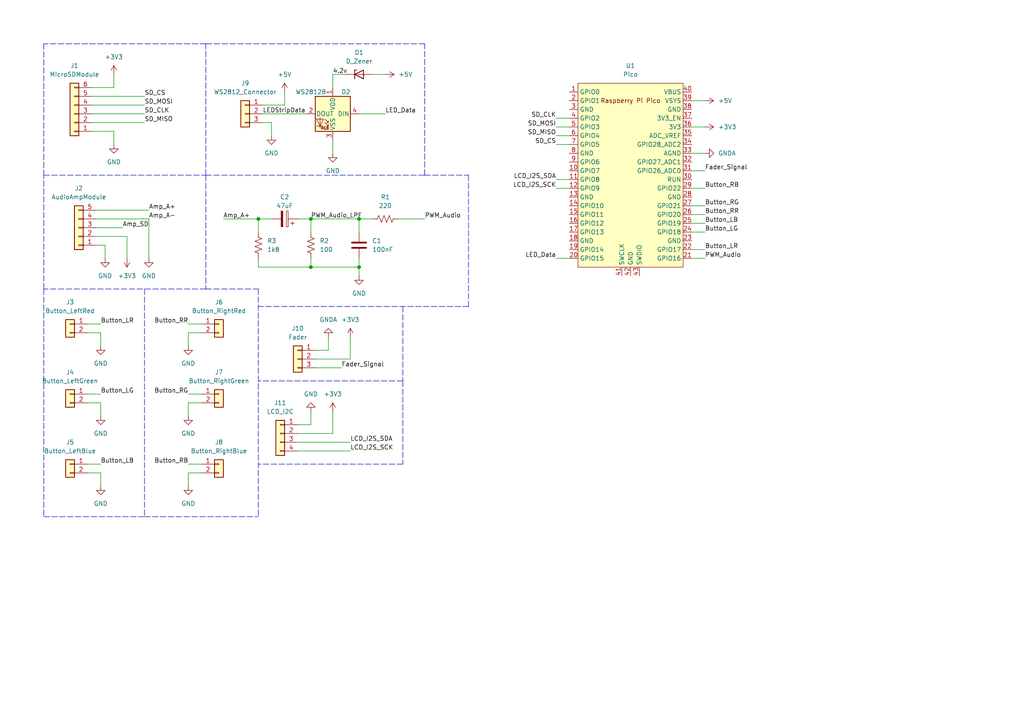
<source format=kicad_sch>
(kicad_sch (version 20211123) (generator eeschema)
  (paper "A4")
  (lib_symbols
    (symbol "Connector_Generic:Conn_01x02" (pin_names (offset 1.016) hide)
      (property "Reference" "J" (at 0 2.54 0))
      (property "Value" "Conn_01x02" (at 0 -5.08 0))
      (symbol "Conn_01x02_1_1"
        (rectangle (start -1.27 -2.413) (end 0 -2.667) (stroke (width 0.1524)))
        (rectangle (start -1.27 0.127) (end 0 -0.127) (stroke (width 0.1524)))
        (rectangle (start -1.27 1.27) (end 1.27 -3.81) (stroke (width 0.254)) (fill (type background)))
        (pin passive line (at -5.08 0 0) (length 3.81) (name "Pin_1") (number "1"))
        (pin passive line (at -5.08 -2.54 0) (length 3.81) (name "Pin_2") (number "2"))
      )
    )
    (symbol "Connector_Generic:Conn_01x03" (pin_names (offset 1.016) hide)
      (property "Reference" "J" (at 0 5.08 0))
      (property "Value" "Conn_01x03" (at 0 -5.08 0))
      (symbol "Conn_01x03_1_1"
        (rectangle (start -1.27 -2.413) (end 0 -2.667) (stroke (width 0.1524)))
        (rectangle (start -1.27 0.127) (end 0 -0.127) (stroke (width 0.1524)))
        (rectangle (start -1.27 2.667) (end 0 2.413) (stroke (width 0.1524)))
        (rectangle (start -1.27 3.81) (end 1.27 -3.81) (stroke (width 0.254)) (fill (type background)))
        (pin passive line (at -5.08 2.54 0) (length 3.81) (name "Pin_1") (number "1"))
        (pin passive line (at -5.08 0 0) (length 3.81) (name "Pin_2") (number "2"))
        (pin passive line (at -5.08 -2.54 0) (length 3.81) (name "Pin_3") (number "3"))
      )
    )
    (symbol "Connector_Generic:Conn_01x04" (pin_names (offset 1.016) hide)
      (property "Reference" "J" (at 0 5.08 0))
      (property "Value" "Conn_01x04" (at 0 -7.62 0))
      (symbol "Conn_01x04_1_1"
        (rectangle (start -1.27 -4.953) (end 0 -5.207) (stroke (width 0.1524)))
        (rectangle (start -1.27 -2.413) (end 0 -2.667) (stroke (width 0.1524)))
        (rectangle (start -1.27 0.127) (end 0 -0.127) (stroke (width 0.1524)))
        (rectangle (start -1.27 2.667) (end 0 2.413) (stroke (width 0.1524)))
        (rectangle (start -1.27 3.81) (end 1.27 -6.35) (stroke (width 0.254)) (fill (type background)))
        (pin passive line (at -5.08 2.54 0) (length 3.81) (name "Pin_1") (number "1"))
        (pin passive line (at -5.08 0 0) (length 3.81) (name "Pin_2") (number "2"))
        (pin passive line (at -5.08 -2.54 0) (length 3.81) (name "Pin_3") (number "3"))
        (pin passive line (at -5.08 -5.08 0) (length 3.81) (name "Pin_4") (number "4"))
      )
    )
    (symbol "Connector_Generic:Conn_01x05" (pin_names (offset 1.016) hide)
      (property "Reference" "J" (at 0 7.62 0))
      (property "Value" "Conn_01x05" (at 0 -7.62 0))
      (symbol "Conn_01x05_1_1"
        (rectangle (start -1.27 -4.953) (end 0 -5.207) (stroke (width 0.1524)))
        (rectangle (start -1.27 -2.413) (end 0 -2.667) (stroke (width 0.1524)))
        (rectangle (start -1.27 0.127) (end 0 -0.127) (stroke (width 0.1524)))
        (rectangle (start -1.27 2.667) (end 0 2.413) (stroke (width 0.1524)))
        (rectangle (start -1.27 5.207) (end 0 4.953) (stroke (width 0.1524)))
        (rectangle (start -1.27 6.35) (end 1.27 -6.35) (stroke (width 0.254)) (fill (type background)))
        (pin passive line (at -5.08 5.08 0) (length 3.81) (name "Pin_1") (number "1"))
        (pin passive line (at -5.08 2.54 0) (length 3.81) (name "Pin_2") (number "2"))
        (pin passive line (at -5.08 0 0) (length 3.81) (name "Pin_3") (number "3"))
        (pin passive line (at -5.08 -2.54 0) (length 3.81) (name "Pin_4") (number "4"))
        (pin passive line (at -5.08 -5.08 0) (length 3.81) (name "Pin_5") (number "5"))
      )
    )
    (symbol "Connector_Generic:Conn_01x06" (pin_names (offset 1.016) hide)
      (property "Reference" "J" (at 0 7.62 0))
      (property "Value" "Conn_01x06" (at 0 -10.16 0))
      (symbol "Conn_01x06_1_1"
        (rectangle (start -1.27 -7.493) (end 0 -7.747) (stroke (width 0.1524)))
        (rectangle (start -1.27 -4.953) (end 0 -5.207) (stroke (width 0.1524)))
        (rectangle (start -1.27 -2.413) (end 0 -2.667) (stroke (width 0.1524)))
        (rectangle (start -1.27 0.127) (end 0 -0.127) (stroke (width 0.1524)))
        (rectangle (start -1.27 2.667) (end 0 2.413) (stroke (width 0.1524)))
        (rectangle (start -1.27 5.207) (end 0 4.953) (stroke (width 0.1524)))
        (rectangle (start -1.27 6.35) (end 1.27 -8.89) (stroke (width 0.254)) (fill (type background)))
        (pin passive line (at -5.08 5.08 0) (length 3.81) (name "Pin_1") (number "1"))
        (pin passive line (at -5.08 2.54 0) (length 3.81) (name "Pin_2") (number "2"))
        (pin passive line (at -5.08 0 0) (length 3.81) (name "Pin_3") (number "3"))
        (pin passive line (at -5.08 -2.54 0) (length 3.81) (name "Pin_4") (number "4"))
        (pin passive line (at -5.08 -5.08 0) (length 3.81) (name "Pin_5") (number "5"))
        (pin passive line (at -5.08 -7.62 0) (length 3.81) (name "Pin_6") (number "6"))
      )
    )
    (symbol "Device:C" (pin_numbers hide) (pin_names (offset 0.254))
      (property "Reference" "C" (at 0.635 2.54 0))
      (property "Value" "C" (at 0.635 -2.54 0))
      (symbol "C_0_1"
        (polyline (pts (xy -2.032 -0.762) (xy 2.032 -0.762)) (stroke (width 0.508)))
        (polyline (pts (xy -2.032 0.762) (xy 2.032 0.762)) (stroke (width 0.508)))
      )
      (symbol "C_1_1"
        (pin passive line (at 0 3.81 270) (length 2.794) (name "~") (number "1"))
        (pin passive line (at 0 -3.81 90) (length 2.794) (name "~") (number "2"))
      )
    )
    (symbol "Device:C_Polarized" (pin_numbers hide) (pin_names (offset 0.254))
      (property "Reference" "C" (at 0.635 2.54 0))
      (property "Value" "C_Polarized" (at 0.635 -2.54 0))
      (symbol "C_Polarized_0_1"
        (rectangle (start -2.286 0.508) (end 2.286 1.016))
        (polyline (pts (xy -1.778 2.286) (xy -0.762 2.286)))
        (polyline (pts (xy -1.27 2.794) (xy -1.27 1.778)))
        (rectangle (start 2.286 -0.508) (end -2.286 -1.016) (fill (type outline)))
      )
      (symbol "C_Polarized_1_1"
        (pin passive line (at 0 3.81 270) (length 2.794) (name "~") (number "1"))
        (pin passive line (at 0 -3.81 90) (length 2.794) (name "~") (number "2"))
      )
    )
    (symbol "Device:D_Zener" (pin_numbers hide) (pin_names (offset 1.016) hide)
      (property "Reference" "D" (at 0 2.54 0))
      (property "Value" "D_Zener" (at 0 -2.54 0))
      (symbol "D_Zener_0_1"
        (polyline (pts (xy 1.27 0) (xy -1.27 0)))
        (polyline (pts (xy -1.27 -1.27) (xy -1.27 1.27) (xy -0.762 1.27)) (stroke (width 0.254)))
        (polyline (pts (xy 1.27 -1.27) (xy 1.27 1.27) (xy -1.27 0) (xy 1.27 -1.27)) (stroke (width 0.254)))
      )
      (symbol "D_Zener_1_1"
        (pin passive line (at -3.81 0 0) (length 2.54) (name "K") (number "1"))
        (pin passive line (at 3.81 0 180) (length 2.54) (name "A") (number "2"))
      )
    )
    (symbol "Device:R_US" (pin_numbers hide) (pin_names (offset 0))
      (property "Reference" "R" (at 2.54 0 90))
      (property "Value" "R_US" (at -2.54 0 90))
      (symbol "R_US_0_1"
        (polyline (pts (xy 0 -2.286) (xy 0 -2.54)))
        (polyline (pts (xy 0 2.286) (xy 0 2.54)))
        (polyline (pts (xy 0 -0.762) (xy 1.016 -1.143) (xy 0 -1.524) (xy -1.016 -1.905) (xy 0 -2.286)))
        (polyline (pts (xy 0 0.762) (xy 1.016 0.381) (xy 0 0) (xy -1.016 -0.381) (xy 0 -0.762)))
        (polyline (pts (xy 0 2.286) (xy 1.016 1.905) (xy 0 1.524) (xy -1.016 1.143) (xy 0 0.762)))
      )
      (symbol "R_US_1_1"
        (pin passive line (at 0 3.81 270) (length 1.27) (name "~") (number "1"))
        (pin passive line (at 0 -3.81 90) (length 1.27) (name "~") (number "2"))
      )
    )
    (symbol "LED:WS2812B" (pin_names (offset 0.254))
      (property "Reference" "D" (at 5.08 5.715 0))
      (property "Value" "WS2812B" (at 1.27 -5.715 0))
      (symbol "WS2812B_0_0"
        (text "RGB" (at 2.286 -4.191 0) (effects (font (size 0.762 0.762))))
      )
      (symbol "WS2812B_0_1"
        (polyline (pts (xy 1.27 -3.556) (xy 1.778 -3.556)))
        (polyline (pts (xy 1.27 -2.54) (xy 1.778 -2.54)))
        (polyline (pts (xy 4.699 -3.556) (xy 2.667 -3.556)))
        (polyline (pts (xy 2.286 -2.54) (xy 1.27 -3.556) (xy 1.27 -3.048)))
        (polyline (pts (xy 2.286 -1.524) (xy 1.27 -2.54) (xy 1.27 -2.032)))
        (polyline (pts (xy 3.683 -1.016) (xy 3.683 -3.556) (xy 3.683 -4.064)))
        (polyline (pts (xy 4.699 -1.524) (xy 2.667 -1.524) (xy 3.683 -3.556) (xy 4.699 -1.524)))
        (rectangle (start 5.08 5.08) (end -5.08 -5.08) (stroke (width 0.254)) (fill (type background)))
      )
      (symbol "WS2812B_1_1"
        (pin power_in line (at 0 7.62 270) (length 2.54) (name "VDD") (number "1"))
        (pin output line (at 7.62 0 180) (length 2.54) (name "DOUT") (number "2"))
        (pin power_in line (at 0 -7.62 90) (length 2.54) (name "VSS") (number "3"))
        (pin input line (at -7.62 0 0) (length 2.54) (name "DIN") (number "4"))
      )
    )
    (symbol "MCU_RaspberryPi_and_Boards:Pico"
      (property "Reference" "U" (at -13.97 27.94 0))
      (property "Value" "Pico" (at 0 19.05 0))
      (symbol "Pico_0_0"
        (text "Raspberry Pi Pico" (at 0 21.59 0) (effects (font (size 1.27 1.27))))
      )
      (symbol "Pico_0_1"
        (rectangle (start -15.24 26.67) (end 15.24 -26.67) (fill (type background)))
      )
      (symbol "Pico_1_1"
        (pin bidirectional line (at -17.78 24.13 0) (length 2.54) (name "GPIO0") (number "1"))
        (pin bidirectional line (at -17.78 1.27 0) (length 2.54) (name "GPIO7") (number "10"))
        (pin bidirectional line (at -17.78 -1.27 0) (length 2.54) (name "GPIO8") (number "11"))
        (pin bidirectional line (at -17.78 -3.81 0) (length 2.54) (name "GPIO9") (number "12"))
        (pin power_in line (at -17.78 -6.35 0) (length 2.54) (name "GND") (number "13"))
        (pin bidirectional line (at -17.78 -8.89 0) (length 2.54) (name "GPIO10") (number "14"))
        (pin bidirectional line (at -17.78 -11.43 0) (length 2.54) (name "GPIO11") (number "15"))
        (pin bidirectional line (at -17.78 -13.97 0) (length 2.54) (name "GPIO12") (number "16"))
        (pin bidirectional line (at -17.78 -16.51 0) (length 2.54) (name "GPIO13") (number "17"))
        (pin power_in line (at -17.78 -19.05 0) (length 2.54) (name "GND") (number "18"))
        (pin bidirectional line (at -17.78 -21.59 0) (length 2.54) (name "GPIO14") (number "19"))
        (pin bidirectional line (at -17.78 21.59 0) (length 2.54) (name "GPIO1") (number "2"))
        (pin bidirectional line (at -17.78 -24.13 0) (length 2.54) (name "GPIO15") (number "20"))
        (pin bidirectional line (at 17.78 -24.13 180) (length 2.54) (name "GPIO16") (number "21"))
        (pin bidirectional line (at 17.78 -21.59 180) (length 2.54) (name "GPIO17") (number "22"))
        (pin power_in line (at 17.78 -19.05 180) (length 2.54) (name "GND") (number "23"))
        (pin bidirectional line (at 17.78 -16.51 180) (length 2.54) (name "GPIO18") (number "24"))
        (pin bidirectional line (at 17.78 -13.97 180) (length 2.54) (name "GPIO19") (number "25"))
        (pin bidirectional line (at 17.78 -11.43 180) (length 2.54) (name "GPIO20") (number "26"))
        (pin bidirectional line (at 17.78 -8.89 180) (length 2.54) (name "GPIO21") (number "27"))
        (pin power_in line (at 17.78 -6.35 180) (length 2.54) (name "GND") (number "28"))
        (pin bidirectional line (at 17.78 -3.81 180) (length 2.54) (name "GPIO22") (number "29"))
        (pin power_in line (at -17.78 19.05 0) (length 2.54) (name "GND") (number "3"))
        (pin input line (at 17.78 -1.27 180) (length 2.54) (name "RUN") (number "30"))
        (pin bidirectional line (at 17.78 1.27 180) (length 2.54) (name "GPIO26_ADC0") (number "31"))
        (pin bidirectional line (at 17.78 3.81 180) (length 2.54) (name "GPIO27_ADC1") (number "32"))
        (pin power_in line (at 17.78 6.35 180) (length 2.54) (name "AGND") (number "33"))
        (pin bidirectional line (at 17.78 8.89 180) (length 2.54) (name "GPIO28_ADC2") (number "34"))
        (pin power_in line (at 17.78 11.43 180) (length 2.54) (name "ADC_VREF") (number "35"))
        (pin power_in line (at 17.78 13.97 180) (length 2.54) (name "3V3") (number "36"))
        (pin input line (at 17.78 16.51 180) (length 2.54) (name "3V3_EN") (number "37"))
        (pin bidirectional line (at 17.78 19.05 180) (length 2.54) (name "GND") (number "38"))
        (pin power_in line (at 17.78 21.59 180) (length 2.54) (name "VSYS") (number "39"))
        (pin bidirectional line (at -17.78 16.51 0) (length 2.54) (name "GPIO2") (number "4"))
        (pin power_in line (at 17.78 24.13 180) (length 2.54) (name "VBUS") (number "40"))
        (pin input line (at -2.54 -29.21 90) (length 2.54) (name "SWCLK") (number "41"))
        (pin power_in line (at 0 -29.21 90) (length 2.54) (name "GND") (number "42"))
        (pin bidirectional line (at 2.54 -29.21 90) (length 2.54) (name "SWDIO") (number "43"))
        (pin bidirectional line (at -17.78 13.97 0) (length 2.54) (name "GPIO3") (number "5"))
        (pin bidirectional line (at -17.78 11.43 0) (length 2.54) (name "GPIO4") (number "6"))
        (pin bidirectional line (at -17.78 8.89 0) (length 2.54) (name "GPIO5") (number "7"))
        (pin power_in line (at -17.78 6.35 0) (length 2.54) (name "GND") (number "8"))
        (pin bidirectional line (at -17.78 3.81 0) (length 2.54) (name "GPIO6") (number "9"))
      )
    )
    (symbol "power:+3.3V" (power) (pin_names (offset 0))
      (property "Value" "+3.3V" (at 0 3.556 0))
      (symbol "+3.3V_0_1"
        (polyline (pts (xy -0.762 1.27) (xy 0 2.54)))
        (polyline (pts (xy 0 0) (xy 0 2.54)))
        (polyline (pts (xy 0 2.54) (xy 0.762 1.27)))
      )
      (symbol "+3.3V_1_1"
        (pin power_in line (at 0 0 90) (length 0) hide (name "+3V3") (number "1"))
      )
    )
    (symbol "power:+5V" (power) (pin_names (offset 0))
      (property "Value" "+5V" (at 0 3.556 0))
      (symbol "+5V_0_1"
        (polyline (pts (xy -0.762 1.27) (xy 0 2.54)))
        (polyline (pts (xy 0 0) (xy 0 2.54)))
        (polyline (pts (xy 0 2.54) (xy 0.762 1.27)))
      )
      (symbol "+5V_1_1"
        (pin power_in line (at 0 0 90) (length 0) hide (name "+5V") (number "1"))
      )
    )
    (symbol "power:GND" (power) (pin_names (offset 0))
      (property "Value" "GND" (at 0 -3.81 0))
      (symbol "GND_0_1"
        (polyline (pts (xy 0 0) (xy 0 -1.27) (xy 1.27 -1.27) (xy 0 -2.54) (xy -1.27 -1.27) (xy 0 -1.27)))
      )
      (symbol "GND_1_1"
        (pin power_in line (at 0 0 270) (length 0) hide (name "GND") (number "1"))
      )
    )
    (symbol "power:GNDA" (power) (pin_names (offset 0))
      (property "Value" "GNDA" (at 0 -3.81 0))
      (symbol "GNDA_0_1"
        (polyline (pts (xy 0 0) (xy 0 -1.27) (xy 1.27 -1.27) (xy 0 -2.54) (xy -1.27 -1.27) (xy 0 -1.27)))
      )
      (symbol "GNDA_1_1"
        (pin power_in line (at 0 0 270) (length 0) hide (name "GNDA") (number "1"))
      )
    )
  )
  (junction (at 104.14 63.5))
  (junction (at 90.17 63.5))
  (junction (at 74.93 63.5))
  (junction (at 104.14 77.47))
  (junction (at 90.17 77.47))
  (polyline (pts (xy 123.19 50.8) (xy 123.19 12.7)))
  (wire (pts (xy 82.55 26.67) (xy 82.55 30.48)))
  (polyline (pts (xy 123.19 12.7) (xy 59.69 12.7)))
  (wire (pts (xy 26.67 30.48) (xy 41.91 30.48)))
  (wire (pts (xy 54.61 96.52) (xy 58.42 96.52)))
  (polyline (pts (xy 135.89 50.8) (xy 135.89 88.9)))
  (polyline (pts (xy 59.69 83.82) (xy 12.7 83.82)))
  (wire (pts (xy 54.61 116.84) (xy 54.61 120.65)))
  (wire (pts (xy 204.47 72.39) (xy 200.66 72.39)))
  (wire (pts (xy 74.93 77.47) (xy 90.17 77.47)))
  (wire (pts (xy 76.2 33.02) (xy 88.9 33.02)))
  (wire (pts (xy 91.44 106.68) (xy 99.06 106.68)))
  (wire (pts (xy 26.67 35.56) (xy 41.91 35.56)))
  (polyline (pts (xy 59.69 83.82) (xy 74.93 83.82)))
  (wire (pts (xy 76.2 30.48) (xy 82.55 30.48)))
  (wire (pts (xy 29.21 96.52) (xy 29.21 100.33)))
  (wire (pts (xy 104.14 63.5) (xy 104.14 67.31)))
  (wire (pts (xy 29.21 137.16) (xy 25.4 137.16)))
  (polyline (pts (xy 59.69 12.7) (xy 12.7 12.7)))
  (wire (pts (xy 27.94 71.12) (xy 30.48 71.12)))
  (polyline (pts (xy 59.69 50.8) (xy 59.69 83.82)))
  (polyline (pts (xy 116.84 110.49) (xy 116.84 134.62)))
  (polyline (pts (xy 59.69 50.8) (xy 59.69 12.7)))
  (wire (pts (xy 204.47 64.77) (xy 200.66 64.77)))
  (wire (pts (xy 104.14 74.93) (xy 104.14 77.47)))
  (wire (pts (xy 27.94 60.96) (xy 43.18 60.96)))
  (wire (pts (xy 30.48 71.12) (xy 30.48 74.93)))
  (wire (pts (xy 204.47 62.23) (xy 200.66 62.23)))
  (wire (pts (xy 54.61 93.98) (xy 58.42 93.98)))
  (wire (pts (xy 161.29 34.29) (xy 165.1 34.29)))
  (wire (pts (xy 204.47 74.93) (xy 200.66 74.93)))
  (wire (pts (xy 26.67 33.02) (xy 41.91 33.02)))
  (wire (pts (xy 204.47 36.83) (xy 200.66 36.83)))
  (wire (pts (xy 27.94 68.58) (xy 36.83 68.58)))
  (wire (pts (xy 74.93 74.93) (xy 74.93 77.47)))
  (wire (pts (xy 96.52 44.45) (xy 96.52 40.64)))
  (polyline (pts (xy 12.7 83.82) (xy 12.7 50.8)))
  (wire (pts (xy 90.17 74.93) (xy 90.17 77.47)))
  (polyline (pts (xy 123.19 50.8) (xy 135.89 50.8)))
  (wire (pts (xy 90.17 123.19) (xy 86.36 123.19)))
  (wire (pts (xy 25.4 93.98) (xy 29.21 93.98)))
  (polyline (pts (xy 74.93 83.82) (xy 74.93 149.86)))
  (wire (pts (xy 96.52 125.73) (xy 86.36 125.73)))
  (wire (pts (xy 204.47 49.53) (xy 200.66 49.53)))
  (polyline (pts (xy 41.91 83.82) (xy 41.91 149.86)))
  (wire (pts (xy 26.67 38.1) (xy 33.02 38.1)))
  (wire (pts (xy 54.61 96.52) (xy 54.61 100.33)))
  (wire (pts (xy 54.61 137.16) (xy 54.61 140.97)))
  (wire (pts (xy 26.67 27.94) (xy 41.91 27.94)))
  (wire (pts (xy 29.21 140.97) (xy 29.21 137.16)))
  (polyline (pts (xy 12.7 12.7) (xy 12.7 50.8)))
  (polyline (pts (xy 116.84 110.49) (xy 74.93 110.49)))
  (wire (pts (xy 204.47 54.61) (xy 200.66 54.61)))
  (wire (pts (xy 101.6 104.14) (xy 101.6 97.79)))
  (wire (pts (xy 43.18 63.5) (xy 43.18 74.93)))
  (wire (pts (xy 115.57 63.5) (xy 123.19 63.5)))
  (wire (pts (xy 76.2 35.56) (xy 78.74 35.56)))
  (wire (pts (xy 26.67 25.4) (xy 33.02 25.4)))
  (wire (pts (xy 204.47 44.45) (xy 200.66 44.45)))
  (wire (pts (xy 54.61 134.62) (xy 58.42 134.62)))
  (wire (pts (xy 104.14 63.5) (xy 107.95 63.5)))
  (wire (pts (xy 100.33 21.59) (xy 96.52 21.59)))
  (wire (pts (xy 91.44 104.14) (xy 101.6 104.14)))
  (wire (pts (xy 161.29 36.83) (xy 165.1 36.83)))
  (wire (pts (xy 96.52 119.38) (xy 96.52 125.73)))
  (wire (pts (xy 33.02 38.1) (xy 33.02 41.91)))
  (wire (pts (xy 95.25 97.79) (xy 95.25 101.6)))
  (polyline (pts (xy 12.7 149.86) (xy 41.91 149.86)))
  (polyline (pts (xy 116.84 88.9) (xy 116.84 110.49)))
  (wire (pts (xy 58.42 137.16) (xy 54.61 137.16)))
  (wire (pts (xy 54.61 116.84) (xy 58.42 116.84)))
  (wire (pts (xy 161.29 74.93) (xy 165.1 74.93)))
  (wire (pts (xy 36.83 68.58) (xy 36.83 74.93)))
  (wire (pts (xy 161.29 52.07) (xy 165.1 52.07)))
  (wire (pts (xy 104.14 33.02) (xy 111.76 33.02)))
  (polyline (pts (xy 12.7 83.82) (xy 12.7 149.86)))
  (wire (pts (xy 29.21 96.52) (xy 25.4 96.52)))
  (wire (pts (xy 64.77 63.5) (xy 74.93 63.5)))
  (wire (pts (xy 90.17 77.47) (xy 104.14 77.47)))
  (wire (pts (xy 29.21 116.84) (xy 29.21 120.65)))
  (polyline (pts (xy 135.89 88.9) (xy 74.93 88.9)))
  (wire (pts (xy 74.93 63.5) (xy 74.93 67.31)))
  (wire (pts (xy 54.61 114.3) (xy 58.42 114.3)))
  (wire (pts (xy 90.17 119.38) (xy 90.17 123.19)))
  (wire (pts (xy 204.47 67.31) (xy 200.66 67.31)))
  (wire (pts (xy 161.29 39.37) (xy 165.1 39.37)))
  (wire (pts (xy 161.29 41.91) (xy 165.1 41.91)))
  (polyline (pts (xy 59.69 50.8) (xy 123.19 50.8)))
  (wire (pts (xy 35.56 66.04) (xy 27.94 66.04)))
  (wire (pts (xy 25.4 134.62) (xy 29.21 134.62)))
  (wire (pts (xy 33.02 21.59) (xy 33.02 25.4)))
  (wire (pts (xy 90.17 63.5) (xy 90.17 67.31)))
  (wire (pts (xy 104.14 77.47) (xy 104.14 80.01)))
  (wire (pts (xy 204.47 59.69) (xy 200.66 59.69)))
  (polyline (pts (xy 12.7 50.8) (xy 59.69 50.8)))
  (wire (pts (xy 29.21 116.84) (xy 25.4 116.84)))
  (wire (pts (xy 111.76 21.59) (xy 107.95 21.59)))
  (wire (pts (xy 86.36 130.81) (xy 101.6 130.81)))
  (wire (pts (xy 86.36 128.27) (xy 101.6 128.27)))
  (wire (pts (xy 86.36 63.5) (xy 90.17 63.5)))
  (polyline (pts (xy 116.84 134.62) (xy 74.93 134.62)))
  (wire (pts (xy 27.94 63.5) (xy 43.18 63.5)))
  (wire (pts (xy 78.74 35.56) (xy 78.74 39.37)))
  (wire (pts (xy 78.74 63.5) (xy 74.93 63.5)))
  (wire (pts (xy 90.17 63.5) (xy 104.14 63.5)))
  (wire (pts (xy 25.4 114.3) (xy 29.21 114.3)))
  (polyline (pts (xy 41.91 149.86) (xy 74.93 149.86)))
  (wire (pts (xy 204.47 29.21) (xy 200.66 29.21)))
  (wire (pts (xy 96.52 21.59) (xy 96.52 25.4)))
  (wire (pts (xy 161.29 54.61) (xy 165.1 54.61)))
  (wire (pts (xy 91.44 101.6) (xy 95.25 101.6)))
  (label "Button_LB" (at 29.21 134.62 0))
  (label "4.2v" (at 96.52 21.59 0))
  (label "PWM_Audio" (at 123.19 63.5 0))
  (label "SD_CS" (at 41.91 27.94 0))
  (label "SD_MOSI" (at 161.29 36.83 180))
  (label "Amp_A-" (at 43.18 63.5 0))
  (label "SD_CLK" (at 161.29 34.29 180))
  (label "LED_Data" (at 161.29 74.93 180))
  (label "SD_MISO" (at 41.91 35.56 0))
  (label "LEDStripData" (at 76.2 33.02 0))
  (label "Button_RB" (at 54.61 134.62 180))
  (label "PWM_Audio" (at 204.47 74.93 0))
  (label "Fader_Signal" (at 99.06 106.68 0))
  (label "SD_MISO" (at 161.29 39.37 180))
  (label "Button_LR" (at 204.47 72.39 0))
  (label "SD_MOSI" (at 41.91 30.48 0))
  (label "Button_RG" (at 204.47 59.69 0))
  (label "Button_LG" (at 29.21 114.3 0))
  (label "LED_Data" (at 111.76 33.02 0))
  (label "SD_CS" (at 161.29 41.91 180))
  (label "Button_LR" (at 29.21 93.98 0))
  (label "LCD_I2S_SCK" (at 161.29 54.61 180))
  (label "Button_RR" (at 204.47 62.23 0))
  (label "Button_LG" (at 204.47 67.31 0))
  (label "Button_RB" (at 204.47 54.61 0))
  (label "LCD_I2S_SDA" (at 101.6 128.27 0))
  (label "Button_RG" (at 54.61 114.3 180))
  (label "Button_LB" (at 204.47 64.77 0))
  (label "Amp_SD" (at 35.56 66.04 0))
  (label "PWM_Audio_LPF" (at 90.17 63.5 0))
  (label "Amp_A+" (at 43.18 60.96 0))
  (label "Button_RR" (at 54.61 93.98 180))
  (label "LCD_I2S_SCK" (at 101.6 130.81 0))
  (label "LCD_I2S_SDA" (at 161.29 52.07 180))
  (label "Fader_Signal" (at 204.47 49.53 0))
  (label "Amp_A+" (at 64.77 63.5 0))
  (label "SD_CLK" (at 41.91 33.02 0))
  (symbol (lib_id "Device:C_Polarized") (at 82.55 63.5 270) (mirror x) (unit 1)
    (property "Reference" "C2" (at 82.55 57.15 90))
    (property "Value" "47uF" (at 82.55 59.69 90))
    (property "Footprint" "Capacitor_THT:CP_Radial_D4.0mm_P2.00mm" (effects hide))
  )
  (symbol (lib_id "MCU_RaspberryPi_and_Boards:Pico") (at 182.88 50.8 0) (unit 1)
    (property "Reference" "U1" (at 182.88 19.05 0))
    (property "Value" "Pico" (at 182.88 21.59 0))
    (property "Footprint" "MCU_RaspberryPi_and_Boards:RPi_Pico_SMD_TH" (effects hide))
  )
  (symbol (lib_id "power:GND") (at 29.21 120.65 0) (unit 1)
    (property "Reference" "#PWR0110" (effects hide))
    (property "Value" "GND" (at 29.21 125.73 0))
  )
  (symbol (lib_id "Connector_Generic:Conn_01x02") (at 63.5 134.62 0) (unit 1)
    (property "Reference" "J8" (at 63.5 128.27 0))
    (property "Value" "Button_RightBlue" (at 63.5 130.81 0))
    (property "Footprint" "Connector_JST:JST_XH_B2B-XH-A_1x02_P2.50mm_Vertical" (effects hide))
  )
  (symbol (lib_id "power:GND") (at 43.18 74.93 0) (unit 1)
    (property "Reference" "#PWR0105" (effects hide))
    (property "Value" "GND" (at 43.18 80.01 0))
  )
  (symbol (lib_id "Connector_Generic:Conn_01x02") (at 63.5 114.3 0) (unit 1)
    (property "Reference" "J7" (at 63.5 107.95 0))
    (property "Value" "Button_RightGreen" (at 63.5 110.49 0))
    (property "Footprint" "Connector_JST:JST_XH_B2B-XH-A_1x02_P2.50mm_Vertical" (effects hide))
  )
  (symbol (lib_id "Device:R_US") (at 111.76 63.5 90) (unit 1)
    (property "Reference" "R1" (at 111.76 57.15 90))
    (property "Value" "220" (at 111.76 59.69 90))
    (property "Footprint" "Resistor_THT:R_Axial_DIN0207_L6.3mm_D2.5mm_P7.62mm_Horizontal" (effects hide))
  )
  (symbol (lib_id "power:GND") (at 96.52 44.45 0) (unit 1)
    (property "Reference" "#PWR0114" (effects hide))
    (property "Value" "GND" (at 96.52 49.53 0))
  )
  (symbol (lib_id "power:GND") (at 78.74 39.37 0) (unit 1)
    (property "Reference" "#PWR0104" (effects hide))
    (property "Value" "GND" (at 78.74 44.45 0))
  )
  (symbol (lib_id "power:+3.3V") (at 101.6 97.79 0) (unit 1)
    (property "Reference" "#PWR0120" (effects hide))
    (property "Value" "+3.3V" (at 101.6 92.71 0))
  )
  (symbol (lib_id "Connector_Generic:Conn_01x03") (at 86.36 104.14 0) (mirror y) (unit 1)
    (property "Reference" "J10" (at 86.36 95.25 0))
    (property "Value" "Fader" (at 86.36 97.79 0))
    (property "Footprint" "Connector_PinHeader_2.54mm:PinHeader_1x03_P2.54mm_Vertical" (effects hide))
  )
  (symbol (lib_id "Device:R_US") (at 90.17 71.12 180) (unit 1)
    (property "Reference" "R2" (at 92.71 69.8499 0) (effects (justify right)))
    (property "Value" "100" (at 92.71 72.3899 0) (effects (justify right)))
    (property "Footprint" "Resistor_THT:R_Axial_DIN0207_L6.3mm_D2.5mm_P7.62mm_Horizontal" (effects hide))
  )
  (symbol (lib_id "power:GND") (at 29.21 140.97 0) (unit 1)
    (property "Reference" "#PWR0111" (effects hide))
    (property "Value" "GND" (at 29.21 146.05 0))
  )
  (symbol (lib_id "Connector_Generic:Conn_01x03") (at 71.12 33.02 0) (mirror y) (unit 1)
    (property "Reference" "J9" (at 71.12 24.13 0))
    (property "Value" "WS2812_Connector" (at 71.12 26.67 0))
    (property "Footprint" "Connector_PinHeader_2.54mm:PinHeader_1x03_P2.54mm_Vertical" (effects hide))
  )
  (symbol (lib_id "power:GND") (at 30.48 74.93 0) (unit 1)
    (property "Reference" "#PWR0107" (effects hide))
    (property "Value" "GND" (at 30.48 80.01 0))
  )
  (symbol (lib_id "Connector_Generic:Conn_01x02") (at 20.32 114.3 0) (mirror y) (unit 1)
    (property "Reference" "J4" (at 20.32 107.95 0))
    (property "Value" "Button_LeftGreen" (at 20.32 110.49 0))
    (property "Footprint" "Connector_JST:JST_XH_B2B-XH-A_1x02_P2.50mm_Vertical" (effects hide))
  )
  (symbol (lib_id "power:+3.3V") (at 96.52 119.38 0) (unit 1)
    (property "Reference" "#PWR0117" (effects hide))
    (property "Value" "+3.3V" (at 96.52 114.3 0))
  )
  (symbol (lib_id "Connector_Generic:Conn_01x05") (at 22.86 66.04 180) (unit 1)
    (property "Reference" "J2" (at 22.86 54.61 0))
    (property "Value" "AudioAmpModule" (at 22.86 57.15 0))
    (property "Footprint" "Connector_PinHeader_2.54mm:PinHeader_1x05_P2.54mm_Vertical" (effects hide))
  )
  (symbol (lib_id "power:+3.3V") (at 33.02 21.59 0) (unit 1)
    (property "Reference" "#PWR0101" (effects hide))
    (property "Value" "+3.3V" (at 33.02 16.51 0))
  )
  (symbol (lib_id "power:+5V") (at 111.76 21.59 270) (unit 1)
    (property "Reference" "#PWR0113" (effects hide))
    (property "Value" "+5V" (at 115.57 21.5899 90) (effects (justify left)))
  )
  (symbol (lib_id "power:GNDA") (at 95.25 97.79 180) (unit 1)
    (property "Reference" "#PWR0118" (effects hide))
    (property "Value" "GNDA" (at 95.25 92.71 0))
  )
  (symbol (lib_id "Connector_Generic:Conn_01x02") (at 20.32 134.62 0) (mirror y) (unit 1)
    (property "Reference" "J5" (at 20.32 128.27 0))
    (property "Value" "Button_LeftBlue" (at 20.32 130.81 0))
    (property "Footprint" "Connector_JST:JST_XH_B2B-XH-A_1x02_P2.50mm_Vertical" (effects hide))
  )
  (symbol (lib_id "Device:R_US") (at 74.93 71.12 180) (unit 1)
    (property "Reference" "R3" (at 77.47 69.8499 0) (effects (justify right)))
    (property "Value" "1k8" (at 77.47 72.3899 0) (effects (justify right)))
    (property "Footprint" "Resistor_THT:R_Axial_DIN0207_L6.3mm_D2.5mm_P7.62mm_Horizontal" (effects hide))
  )
  (symbol (lib_id "power:GND") (at 54.61 140.97 0) (unit 1)
    (property "Reference" "#PWR0112" (effects hide))
    (property "Value" "GND" (at 54.61 146.05 0))
  )
  (symbol (lib_id "power:+5V") (at 204.47 29.21 270) (unit 1)
    (property "Reference" "#PWR0121" (effects hide))
    (property "Value" "+5V" (at 208.28 29.2099 90) (effects (justify left)))
  )
  (symbol (lib_id "power:+3.3V") (at 36.83 74.93 180) (unit 1)
    (property "Reference" "#PWR0106" (effects hide))
    (property "Value" "+3.3V" (at 36.83 80.01 0))
  )
  (symbol (lib_id "Device:D_Zener") (at 104.14 21.59 0) (unit 1)
    (property "Reference" "D1" (at 104.14 15.24 0))
    (property "Value" "D_Zener" (at 104.14 17.78 0))
    (property "Footprint" "Diode_THT:D_T-1_P5.08mm_Horizontal" (effects hide))
  )
  (symbol (lib_id "power:GNDA") (at 204.47 44.45 90) (unit 1)
    (property "Reference" "#PWR0123" (effects hide))
    (property "Value" "GNDA" (at 208.28 44.4499 90) (effects (justify right)))
  )
  (symbol (lib_id "Device:C") (at 104.14 71.12 180) (unit 1)
    (property "Reference" "C1" (at 107.95 69.8499 0) (effects (justify right)))
    (property "Value" "100nF" (at 107.95 72.3899 0) (effects (justify right)))
    (property "Footprint" "Capacitor_THT:C_Disc_D4.3mm_W1.9mm_P5.00mm" (effects hide))
  )
  (symbol (lib_id "power:GND") (at 90.17 119.38 180) (unit 1)
    (property "Reference" "#PWR0119" (effects hide))
    (property "Value" "GND" (at 90.17 114.3 0))
  )
  (symbol (lib_id "power:GND") (at 33.02 41.91 0) (unit 1)
    (property "Reference" "#PWR0102" (effects hide))
    (property "Value" "GND" (at 33.02 46.99 0))
  )
  (symbol (lib_id "power:GND") (at 54.61 120.65 0) (unit 1)
    (property "Reference" "#PWR0116" (effects hide))
    (property "Value" "GND" (at 54.61 125.73 0))
  )
  (symbol (lib_id "power:+3.3V") (at 204.47 36.83 270) (unit 1)
    (property "Reference" "#PWR0122" (effects hide))
    (property "Value" "+3.3V" (at 208.28 36.8299 90) (effects (justify left)))
  )
  (symbol (lib_id "LED:WS2812B") (at 96.52 33.02 0) (mirror y) (unit 1)
    (property "Reference" "D2" (at 100.33 26.67 0))
    (property "Value" "WS2812B" (at 90.17 26.67 0))
    (property "Footprint" "Library:WS2812B_Strip_Single" (effects hide))
    (property "Datasheet" "https://cdn-shop.adafruit.com/datasheets/WS2812B.pdf" (effects hide))
  )
  (symbol (lib_id "Connector_Generic:Conn_01x02") (at 63.5 93.98 0) (unit 1)
    (property "Reference" "J6" (at 63.5 87.63 0))
    (property "Value" "Button_RightRed" (at 63.5 90.17 0))
    (property "Footprint" "Connector_JST:JST_XH_B2B-XH-A_1x02_P2.50mm_Vertical" (effects hide))
  )
  (symbol (lib_id "power:GND") (at 104.14 80.01 0) (unit 1)
    (property "Reference" "#PWR0115" (effects hide))
    (property "Value" "GND" (at 104.14 85.09 0))
  )
  (symbol (lib_id "power:+5V") (at 82.55 26.67 0) (unit 1)
    (property "Reference" "#PWR0103" (effects hide))
    (property "Value" "+5V" (at 82.55 21.59 0))
  )
  (symbol (lib_id "Connector_Generic:Conn_01x02") (at 20.32 93.98 0) (mirror y) (unit 1)
    (property "Reference" "J3" (at 20.32 87.63 0))
    (property "Value" "Button_LeftRed" (at 20.32 90.17 0))
    (property "Footprint" "Connector_JST:JST_XH_B2B-XH-A_1x02_P2.50mm_Vertical" (effects hide))
  )
  (symbol (lib_id "Connector_Generic:Conn_01x04") (at 81.28 125.73 0) (mirror y) (unit 1)
    (property "Reference" "J11" (at 81.28 116.84 0))
    (property "Value" "LCD_I2C" (at 81.28 119.38 0))
    (property "Footprint" "Connector_PinHeader_2.54mm:PinHeader_1x04_P2.54mm_Vertical" (effects hide))
  )
  (symbol (lib_id "Connector_Generic:Conn_01x06") (at 21.59 33.02 180) (unit 1)
    (property "Reference" "J1" (at 21.59 19.05 0))
    (property "Value" "MicroSDModule" (at 21.59 21.59 0))
    (property "Footprint" "Connector_PinHeader_2.54mm:PinHeader_1x06_P2.54mm_Vertical" (effects hide))
  )
  (symbol (lib_id "power:GND") (at 54.61 100.33 0) (unit 1)
    (property "Reference" "#PWR0109" (effects hide))
    (property "Value" "GND" (at 54.61 105.41 0))
  )
  (symbol (lib_id "power:GND") (at 29.21 100.33 0) (unit 1)
    (property "Reference" "#PWR0108" (effects hide))
    (property "Value" "GND" (at 29.21 105.41 0))
  )
)
</source>
